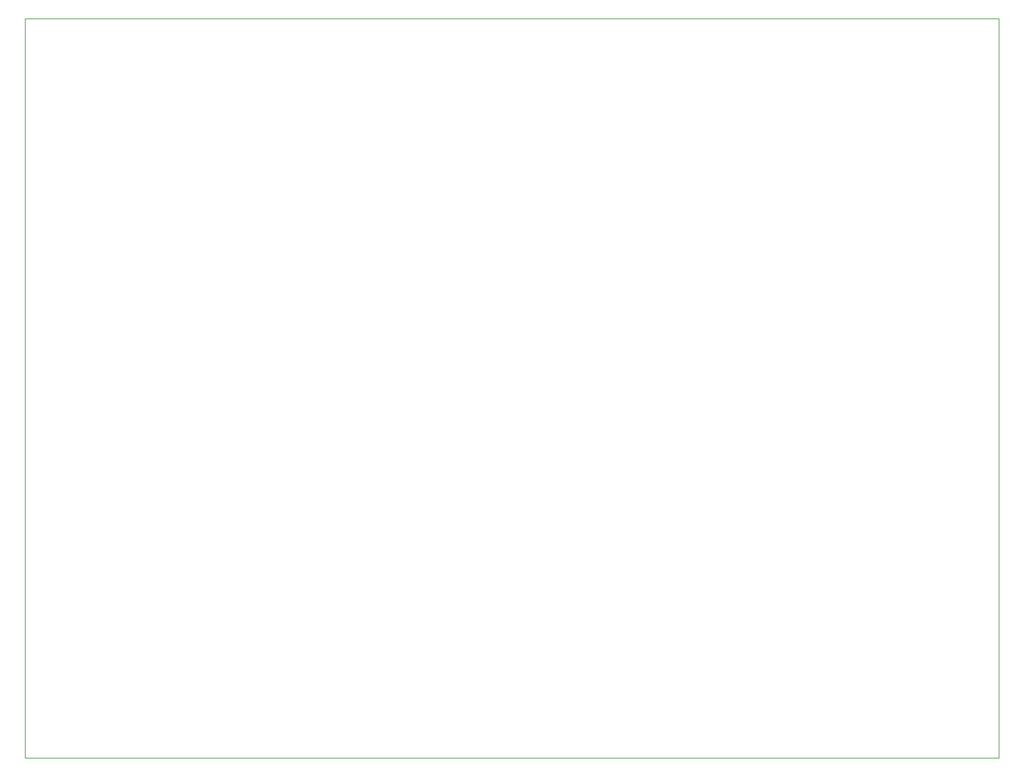
<source format=gbr>
%TF.GenerationSoftware,KiCad,Pcbnew,(6.0.8-1)-1*%
%TF.CreationDate,2022-10-04T15:12:49-04:00*%
%TF.ProjectId,Untitled,556e7469-746c-4656-942e-6b696361645f,rev?*%
%TF.SameCoordinates,Original*%
%TF.FileFunction,Profile,NP*%
%FSLAX46Y46*%
G04 Gerber Fmt 4.6, Leading zero omitted, Abs format (unit mm)*
G04 Created by KiCad (PCBNEW (6.0.8-1)-1) date 2022-10-04 15:12:49*
%MOMM*%
%LPD*%
G01*
G04 APERTURE LIST*
%TA.AperFunction,Profile*%
%ADD10C,0.100000*%
%TD*%
G04 APERTURE END LIST*
D10*
X45720000Y-31910000D02*
X174740000Y-31910000D01*
X174740000Y-31910000D02*
X174740000Y-129900000D01*
X174740000Y-129900000D02*
X45720000Y-129900000D01*
X45720000Y-129900000D02*
X45720000Y-31910000D01*
M02*

</source>
